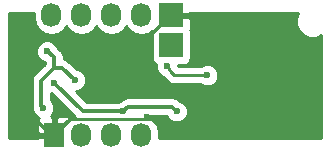
<source format=gbr>
G04 #@! TF.FileFunction,Copper,L2,Bot,Signal*
%FSLAX46Y46*%
G04 Gerber Fmt 4.6, Leading zero omitted, Abs format (unit mm)*
G04 Created by KiCad (PCBNEW 4.0.0~rc1a-stable) date Sat 16 Jan 2016 09:07:18 PM JST*
%MOMM*%
G01*
G04 APERTURE LIST*
%ADD10C,0.100000*%
%ADD11R,1.727200X2.032000*%
%ADD12O,1.727200X2.032000*%
%ADD13R,2.032000X2.032000*%
%ADD14C,0.600000*%
%ADD15C,0.250000*%
%ADD16C,0.350000*%
%ADD17C,0.254000*%
G04 APERTURE END LIST*
D10*
D11*
X-16764000Y-5080000D03*
D12*
X-11938000Y-5080000D03*
X-14478000Y-5080000D03*
X-9398000Y-5080000D03*
D13*
X-6858000Y2540000D03*
X-6858000Y5080000D03*
D12*
X-9398000Y5080000D03*
X-11938000Y5080000D03*
X-14478000Y5080000D03*
X-17018000Y5080000D03*
D14*
X-19939000Y3810000D03*
X-8902700Y-3556000D03*
X-16764000Y-635000D03*
X-10922000Y-3048000D03*
X-6413500Y-3048000D03*
X-14986000Y-381000D03*
X-17703800Y-2768600D03*
X-17399000Y2032000D03*
X-3810000Y0D03*
X-7239000Y762000D03*
D15*
X-8902700Y-3556000D02*
X-8775700Y-3683000D01*
X-8775700Y-3683000D02*
X-15367000Y-3683000D01*
D16*
X-15367000Y-3683000D02*
X-16764000Y-5080000D01*
D15*
X-6858000Y5080000D02*
X-6908800Y5080000D01*
D16*
X-6908800Y5080000D02*
X-8585200Y3403600D01*
D15*
X-17018000Y-5080000D02*
X-17018000Y-4597400D01*
D16*
X-17018000Y-5080000D02*
X-18923000Y-3175000D01*
D15*
X-19939000Y3632200D02*
X-19939000Y3810000D01*
X-18923000Y2921000D02*
X-19939000Y3632200D01*
X-18923000Y2921000D02*
X-18923000Y2921000D01*
X-18923000Y-3175000D02*
X-18923000Y2921000D01*
D16*
X-10922000Y-3048000D02*
X-14351000Y-3048000D01*
X-14351000Y-3048000D02*
X-16764000Y-635000D01*
X-10541000Y-2667000D02*
X-10922000Y-3048000D01*
X-7239000Y-2667000D02*
X-10541000Y-2667000D01*
X-6794500Y-2667000D02*
X-7239000Y-2667000D01*
X-6540500Y-2921000D02*
X-6794500Y-2667000D01*
X-6413500Y-3048000D02*
X-6540500Y-2921000D01*
X-14986000Y-381000D02*
X-16129000Y635000D01*
X-16129000Y635000D02*
X-16764000Y635000D01*
X-17703800Y-2768600D02*
X-17881600Y-2590800D01*
X-17881600Y-2590800D02*
X-17881600Y-482600D01*
X-17881600Y-482600D02*
X-16764000Y635000D01*
X-16764000Y1524000D02*
X-16764000Y635000D01*
X-17399000Y2032000D02*
X-16764000Y1524000D01*
D15*
X-7239000Y762000D02*
X-6858000Y254000D01*
X-6604000Y0D02*
X-3810000Y0D01*
X-6858000Y254000D02*
X-6604000Y0D01*
D17*
G36*
X-18516600Y5264745D02*
X-18516600Y4895255D01*
X-18402526Y4321766D01*
X-18077670Y3835585D01*
X-17591489Y3510729D01*
X-17018000Y3396655D01*
X-16444511Y3510729D01*
X-15958330Y3835585D01*
X-15748000Y4150366D01*
X-15537670Y3835585D01*
X-15051489Y3510729D01*
X-14478000Y3396655D01*
X-13904511Y3510729D01*
X-13418330Y3835585D01*
X-13208000Y4150366D01*
X-12997670Y3835585D01*
X-12511489Y3510729D01*
X-11938000Y3396655D01*
X-11364511Y3510729D01*
X-10878330Y3835585D01*
X-10668000Y4150366D01*
X-10457670Y3835585D01*
X-9971489Y3510729D01*
X-9398000Y3396655D01*
X-8824511Y3510729D01*
X-8484617Y3737839D01*
X-8521440Y3556000D01*
X-8521440Y1524000D01*
X-8477162Y1288683D01*
X-8338090Y1072559D01*
X-8170108Y957782D01*
X-8173838Y948799D01*
X-8174162Y576833D01*
X-8032117Y233057D01*
X-7769327Y-30192D01*
X-7515946Y-135406D01*
X-7466000Y-202000D01*
X-7425569Y-238251D01*
X-7395401Y-283401D01*
X-7141401Y-537401D01*
X-6894840Y-702148D01*
X-6604000Y-760000D01*
X-4372463Y-760000D01*
X-4340327Y-792192D01*
X-3996799Y-934838D01*
X-3624833Y-935162D01*
X-3281057Y-793117D01*
X-3017808Y-530327D01*
X-2875162Y-186799D01*
X-2874838Y185167D01*
X-3016883Y528943D01*
X-3279673Y792192D01*
X-3623201Y934838D01*
X-3995167Y935162D01*
X-4338943Y793117D01*
X-4372118Y760000D01*
X-6287500Y760000D01*
X-6303982Y781976D01*
X-6303900Y876560D01*
X-5842000Y876560D01*
X-5606683Y920838D01*
X-5390559Y1059910D01*
X-5245569Y1272110D01*
X-5194560Y1524000D01*
X-5194560Y3556000D01*
X-5238838Y3791317D01*
X-5256354Y3818538D01*
X-5207000Y3937690D01*
X-5207000Y4794250D01*
X-5365750Y4953000D01*
X-6731000Y4953000D01*
X-6731000Y4933000D01*
X-6985000Y4933000D01*
X-6985000Y4953000D01*
X-7005000Y4953000D01*
X-7005000Y5207000D01*
X-6985000Y5207000D01*
X-6985000Y5227000D01*
X-6731000Y5227000D01*
X-6731000Y5207000D01*
X-5365750Y5207000D01*
X-5252750Y5320000D01*
X3890941Y5320000D01*
X3695241Y4848702D01*
X3694760Y4297715D01*
X3905169Y3788485D01*
X4294436Y3398539D01*
X4803298Y3187241D01*
X5354285Y3186760D01*
X5842000Y3388279D01*
X5842000Y-5320000D01*
X-7910391Y-5320000D01*
X-7899400Y-5264745D01*
X-7899400Y-4895255D01*
X-8013474Y-4321766D01*
X-8338330Y-3835585D01*
X-8824511Y-3510729D01*
X-8994078Y-3477000D01*
X-7247913Y-3477000D01*
X-7206617Y-3576943D01*
X-6943827Y-3840192D01*
X-6600299Y-3982838D01*
X-6228333Y-3983162D01*
X-5884557Y-3841117D01*
X-5621308Y-3578327D01*
X-5478662Y-3234799D01*
X-5478338Y-2862833D01*
X-5620383Y-2519057D01*
X-5883173Y-2255808D01*
X-6185872Y-2130116D01*
X-6221744Y-2094244D01*
X-6335785Y-2018044D01*
X-6484526Y-1918658D01*
X-6794500Y-1857000D01*
X-10541000Y-1857000D01*
X-10850974Y-1918658D01*
X-10982365Y-2006451D01*
X-11113757Y-2094244D01*
X-11150084Y-2130571D01*
X-11410083Y-2238000D01*
X-14015487Y-2238000D01*
X-14937444Y-1316043D01*
X-14800833Y-1316162D01*
X-14457057Y-1174117D01*
X-14193808Y-911327D01*
X-14051162Y-567799D01*
X-14050838Y-195833D01*
X-14192883Y147943D01*
X-14455673Y411192D01*
X-14799201Y553838D01*
X-14818500Y553855D01*
X-15590865Y1240402D01*
X-15707052Y1308523D01*
X-15819026Y1383342D01*
X-15842692Y1388049D01*
X-15863506Y1400253D01*
X-15954000Y1412784D01*
X-15954000Y1524000D01*
X-15962827Y1568375D01*
X-15958955Y1613449D01*
X-15993413Y1722139D01*
X-16015658Y1833974D01*
X-16040792Y1871590D01*
X-16054465Y1914718D01*
X-16127899Y2001954D01*
X-16191244Y2096756D01*
X-16228859Y2121890D01*
X-16257997Y2156504D01*
X-16528034Y2372534D01*
X-16605883Y2560943D01*
X-16868673Y2824192D01*
X-17212201Y2966838D01*
X-17584167Y2967162D01*
X-17927943Y2825117D01*
X-18191192Y2562327D01*
X-18333838Y2218799D01*
X-18334162Y1846833D01*
X-18192117Y1503057D01*
X-17929327Y1239808D01*
X-17585799Y1097162D01*
X-17574000Y1097152D01*
X-17574000Y970513D01*
X-18454356Y90156D01*
X-18629942Y-172626D01*
X-18691600Y-482600D01*
X-18691600Y-2590800D01*
X-18638877Y-2855856D01*
X-18638962Y-2953767D01*
X-18496917Y-3297543D01*
X-18234127Y-3560792D01*
X-18084534Y-3622909D01*
X-18165927Y-3704302D01*
X-18262600Y-3937691D01*
X-18262600Y-4794250D01*
X-18103850Y-4953000D01*
X-16891000Y-4953000D01*
X-16891000Y-3587750D01*
X-17045833Y-3432917D01*
X-16911608Y-3298927D01*
X-16768962Y-2955399D01*
X-16768638Y-2583433D01*
X-16910683Y-2239657D01*
X-17071600Y-2078459D01*
X-17071600Y-1519677D01*
X-16991628Y-1552884D01*
X-15036721Y-3507792D01*
X-15051489Y-3510729D01*
X-15357546Y-3715230D01*
X-15362073Y-3704302D01*
X-15540701Y-3525673D01*
X-15774090Y-3429000D01*
X-16478250Y-3429000D01*
X-16637000Y-3587750D01*
X-16637000Y-4953000D01*
X-16617000Y-4953000D01*
X-16617000Y-5207000D01*
X-16637000Y-5207000D01*
X-16637000Y-5227000D01*
X-16891000Y-5227000D01*
X-16891000Y-5207000D01*
X-18103850Y-5207000D01*
X-18216850Y-5320000D01*
X-20574000Y-5320000D01*
X-20574000Y5320000D01*
X-18505609Y5320000D01*
X-18516600Y5264745D01*
X-18516600Y5264745D01*
G37*
X-18516600Y5264745D02*
X-18516600Y4895255D01*
X-18402526Y4321766D01*
X-18077670Y3835585D01*
X-17591489Y3510729D01*
X-17018000Y3396655D01*
X-16444511Y3510729D01*
X-15958330Y3835585D01*
X-15748000Y4150366D01*
X-15537670Y3835585D01*
X-15051489Y3510729D01*
X-14478000Y3396655D01*
X-13904511Y3510729D01*
X-13418330Y3835585D01*
X-13208000Y4150366D01*
X-12997670Y3835585D01*
X-12511489Y3510729D01*
X-11938000Y3396655D01*
X-11364511Y3510729D01*
X-10878330Y3835585D01*
X-10668000Y4150366D01*
X-10457670Y3835585D01*
X-9971489Y3510729D01*
X-9398000Y3396655D01*
X-8824511Y3510729D01*
X-8484617Y3737839D01*
X-8521440Y3556000D01*
X-8521440Y1524000D01*
X-8477162Y1288683D01*
X-8338090Y1072559D01*
X-8170108Y957782D01*
X-8173838Y948799D01*
X-8174162Y576833D01*
X-8032117Y233057D01*
X-7769327Y-30192D01*
X-7515946Y-135406D01*
X-7466000Y-202000D01*
X-7425569Y-238251D01*
X-7395401Y-283401D01*
X-7141401Y-537401D01*
X-6894840Y-702148D01*
X-6604000Y-760000D01*
X-4372463Y-760000D01*
X-4340327Y-792192D01*
X-3996799Y-934838D01*
X-3624833Y-935162D01*
X-3281057Y-793117D01*
X-3017808Y-530327D01*
X-2875162Y-186799D01*
X-2874838Y185167D01*
X-3016883Y528943D01*
X-3279673Y792192D01*
X-3623201Y934838D01*
X-3995167Y935162D01*
X-4338943Y793117D01*
X-4372118Y760000D01*
X-6287500Y760000D01*
X-6303982Y781976D01*
X-6303900Y876560D01*
X-5842000Y876560D01*
X-5606683Y920838D01*
X-5390559Y1059910D01*
X-5245569Y1272110D01*
X-5194560Y1524000D01*
X-5194560Y3556000D01*
X-5238838Y3791317D01*
X-5256354Y3818538D01*
X-5207000Y3937690D01*
X-5207000Y4794250D01*
X-5365750Y4953000D01*
X-6731000Y4953000D01*
X-6731000Y4933000D01*
X-6985000Y4933000D01*
X-6985000Y4953000D01*
X-7005000Y4953000D01*
X-7005000Y5207000D01*
X-6985000Y5207000D01*
X-6985000Y5227000D01*
X-6731000Y5227000D01*
X-6731000Y5207000D01*
X-5365750Y5207000D01*
X-5252750Y5320000D01*
X3890941Y5320000D01*
X3695241Y4848702D01*
X3694760Y4297715D01*
X3905169Y3788485D01*
X4294436Y3398539D01*
X4803298Y3187241D01*
X5354285Y3186760D01*
X5842000Y3388279D01*
X5842000Y-5320000D01*
X-7910391Y-5320000D01*
X-7899400Y-5264745D01*
X-7899400Y-4895255D01*
X-8013474Y-4321766D01*
X-8338330Y-3835585D01*
X-8824511Y-3510729D01*
X-8994078Y-3477000D01*
X-7247913Y-3477000D01*
X-7206617Y-3576943D01*
X-6943827Y-3840192D01*
X-6600299Y-3982838D01*
X-6228333Y-3983162D01*
X-5884557Y-3841117D01*
X-5621308Y-3578327D01*
X-5478662Y-3234799D01*
X-5478338Y-2862833D01*
X-5620383Y-2519057D01*
X-5883173Y-2255808D01*
X-6185872Y-2130116D01*
X-6221744Y-2094244D01*
X-6335785Y-2018044D01*
X-6484526Y-1918658D01*
X-6794500Y-1857000D01*
X-10541000Y-1857000D01*
X-10850974Y-1918658D01*
X-10982365Y-2006451D01*
X-11113757Y-2094244D01*
X-11150084Y-2130571D01*
X-11410083Y-2238000D01*
X-14015487Y-2238000D01*
X-14937444Y-1316043D01*
X-14800833Y-1316162D01*
X-14457057Y-1174117D01*
X-14193808Y-911327D01*
X-14051162Y-567799D01*
X-14050838Y-195833D01*
X-14192883Y147943D01*
X-14455673Y411192D01*
X-14799201Y553838D01*
X-14818500Y553855D01*
X-15590865Y1240402D01*
X-15707052Y1308523D01*
X-15819026Y1383342D01*
X-15842692Y1388049D01*
X-15863506Y1400253D01*
X-15954000Y1412784D01*
X-15954000Y1524000D01*
X-15962827Y1568375D01*
X-15958955Y1613449D01*
X-15993413Y1722139D01*
X-16015658Y1833974D01*
X-16040792Y1871590D01*
X-16054465Y1914718D01*
X-16127899Y2001954D01*
X-16191244Y2096756D01*
X-16228859Y2121890D01*
X-16257997Y2156504D01*
X-16528034Y2372534D01*
X-16605883Y2560943D01*
X-16868673Y2824192D01*
X-17212201Y2966838D01*
X-17584167Y2967162D01*
X-17927943Y2825117D01*
X-18191192Y2562327D01*
X-18333838Y2218799D01*
X-18334162Y1846833D01*
X-18192117Y1503057D01*
X-17929327Y1239808D01*
X-17585799Y1097162D01*
X-17574000Y1097152D01*
X-17574000Y970513D01*
X-18454356Y90156D01*
X-18629942Y-172626D01*
X-18691600Y-482600D01*
X-18691600Y-2590800D01*
X-18638877Y-2855856D01*
X-18638962Y-2953767D01*
X-18496917Y-3297543D01*
X-18234127Y-3560792D01*
X-18084534Y-3622909D01*
X-18165927Y-3704302D01*
X-18262600Y-3937691D01*
X-18262600Y-4794250D01*
X-18103850Y-4953000D01*
X-16891000Y-4953000D01*
X-16891000Y-3587750D01*
X-17045833Y-3432917D01*
X-16911608Y-3298927D01*
X-16768962Y-2955399D01*
X-16768638Y-2583433D01*
X-16910683Y-2239657D01*
X-17071600Y-2078459D01*
X-17071600Y-1519677D01*
X-16991628Y-1552884D01*
X-15036721Y-3507792D01*
X-15051489Y-3510729D01*
X-15357546Y-3715230D01*
X-15362073Y-3704302D01*
X-15540701Y-3525673D01*
X-15774090Y-3429000D01*
X-16478250Y-3429000D01*
X-16637000Y-3587750D01*
X-16637000Y-4953000D01*
X-16617000Y-4953000D01*
X-16617000Y-5207000D01*
X-16637000Y-5207000D01*
X-16637000Y-5227000D01*
X-16891000Y-5227000D01*
X-16891000Y-5207000D01*
X-18103850Y-5207000D01*
X-18216850Y-5320000D01*
X-20574000Y-5320000D01*
X-20574000Y5320000D01*
X-18505609Y5320000D01*
X-18516600Y5264745D01*
M02*

</source>
